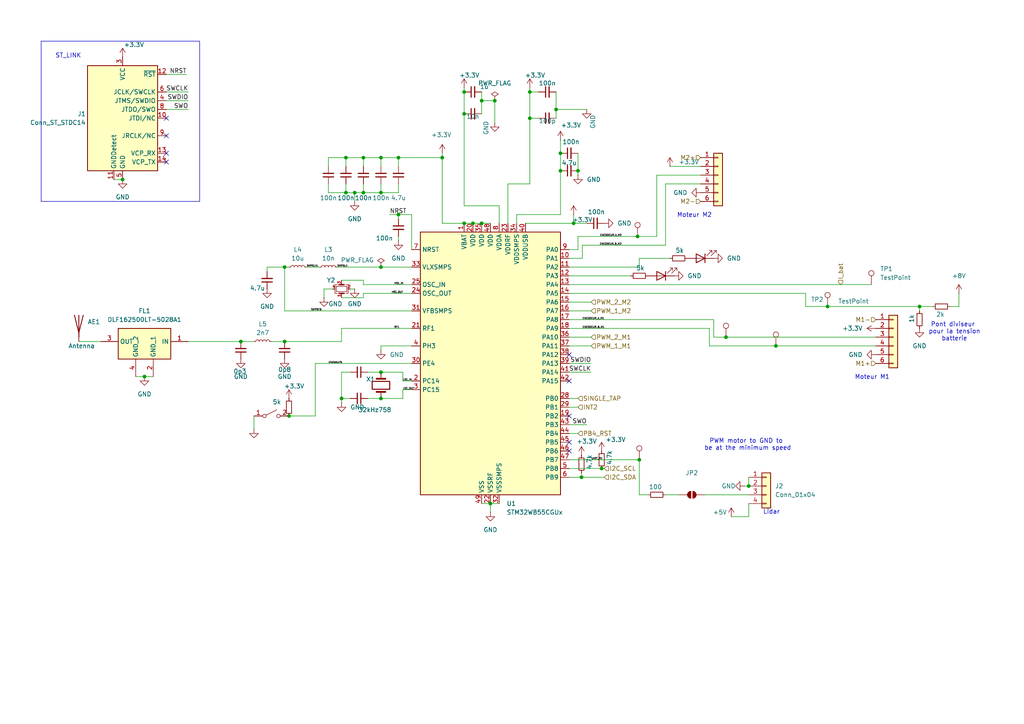
<source format=kicad_sch>
(kicad_sch (version 20250114) (generator "eeschema") (generator_version "9.0")
  (paper "A4")
  (lib_symbols
    (symbol "Connector:Conn_ST_STDC14"
      (property "Reference" "J" (at -8.89 16.51 0))
      (property "Value" "Conn_ST_STDC14" (at 17.78 16.51 0))
      (symbol "Conn_ST_STDC14_1_1"
        (pin no_connect line (at -10.16 5.08 0) (length 2.54) (hide yes) (name "NC") (number "1"))
        (pin no_connect line (at -10.16 2.54 0) (length 2.54) (hide yes) (name "NC") (number "2"))
        (pin passive line (at -2.54 -17.78 90) (length 2.54) (name "GNDDetect") (number "11"))
        (pin power_in line (at 0 17.78 270) (length 2.54) (name "VCC") (number "3"))
        (pin power_in line (at 0 -17.78 90) (length 2.54) (name "GND") (number "5"))
        (pin passive line (at 0 -17.78 90) (length 2.54) (hide yes) (name "GND") (number "7"))
        (pin open_collector line (at 12.7 12.7 180) (length 2.54) (name "~{RST}") (number "12"))
        (pin output line (at 12.7 7.62 180) (length 2.54) (name "JCLK/SWCLK") (number "6"))
        (pin bidirectional line (at 12.7 5.08 180) (length 2.54) (name "JTMS/SWDIO") (number "4"))
        (pin input line (at 12.7 2.54 180) (length 2.54) (name "JTDO/SWO") (number "8"))
        (pin output line (at 12.7 0 180) (length 2.54) (name "JTDI/NC") (number "10"))
        (pin input line (at 12.7 -5.08 180) (length 2.54) (name "JRCLK/NC") (number "9"))
        (pin output line (at 12.7 -10.16 180) (length 2.54) (name "VCP_RX") (number "13"))
        (pin input line (at 12.7 -12.7 180) (length 2.54) (name "VCP_TX") (number "14"))
      )
    )
    (symbol "Connector:TestPoint" (pin_numbers (hide yes)) (pin_names (offset 0.762) (hide yes))
      (property "Reference" "TP" (at 0 6.858 0))
      (property "Value" "TestPoint" (at 0 5.08 0))
      (symbol "TestPoint_1_1"
        (pin passive line (at 0 0 90) (length 2.54) (name "1") (number "1"))
      )
    )
    (symbol "Connector_Generic:Conn_01x04" (pin_names (offset 1.016) (hide yes))
      (property "Reference" "J" (at 0 5.08 0))
      (property "Value" "Conn_01x04" (at 0 -7.62 0))
      (symbol "Conn_01x04_1_1"
        (pin passive line (at -5.08 2.54 0) (length 3.81) (name "Pin_1") (number "1"))
        (pin passive line (at -5.08 0 0) (length 3.81) (name "Pin_2") (number "2"))
        (pin passive line (at -5.08 -2.54 0) (length 3.81) (name "Pin_3") (number "3"))
        (pin passive line (at -5.08 -5.08 0) (length 3.81) (name "Pin_4") (number "4"))
      )
    )
    (symbol "Connector_Generic:Conn_01x06" (pin_names (offset 1.016) (hide yes))
      (property "Reference" "J" (at 0 7.62 0))
      (property "Value" "Conn_01x06" (at 0 -10.16 0))
      (symbol "Conn_01x06_1_1"
        (pin passive line (at -5.08 5.08 0) (length 3.81) (name "Pin_1") (number "1"))
        (pin passive line (at -5.08 2.54 0) (length 3.81) (name "Pin_2") (number "2"))
        (pin passive line (at -5.08 0 0) (length 3.81) (name "Pin_3") (number "3"))
        (pin passive line (at -5.08 -2.54 0) (length 3.81) (name "Pin_4") (number "4"))
        (pin passive line (at -5.08 -5.08 0) (length 3.81) (name "Pin_5") (number "5"))
        (pin passive line (at -5.08 -7.62 0) (length 3.81) (name "Pin_6") (number "6"))
      )
    )
    (symbol "Device:Antenna" (pin_numbers (hide yes)) (pin_names (offset 1.016) (hide yes))
      (property "Reference" "AE" (at -1.905 1.905 0))
      (property "Value" "Antenna" (at -1.905 0 0))
      (symbol "Antenna_1_1"
        (pin input line (at 0 -5.08 90) (length 2.54) (name "A") (number "1"))
      )
    )
    (symbol "Device:C_Small" (pin_numbers (hide yes)) (pin_names (offset 0.254) (hide yes))
      (property "Reference" "C" (at 0.254 1.778 0))
      (property "Value" "C_Small" (at 0.254 -2.032 0))
      (symbol "C_Small_1_1"
        (pin passive line (at 0 2.54 270) (length 2.032) (name "~") (number "1"))
        (pin passive line (at 0 -2.54 90) (length 2.032) (name "~") (number "2"))
      )
    )
    (symbol "Device:Crystal" (pin_numbers (hide yes)) (pin_names (offset 1.016) (hide yes))
      (property "Reference" "Y" (at 0 3.81 0))
      (property "Value" "Crystal" (at 0 -3.81 0))
      (symbol "Crystal_1_1"
        (pin passive line (at -3.81 0 0) (length 1.27) (name "1") (number "1"))
        (pin passive line (at 3.81 0 180) (length 1.27) (name "2") (number "2"))
      )
    )
    (symbol "Device:Crystal_GND24_Small" (pin_names (offset 1.016) (hide yes))
      (property "Reference" "Y" (at 1.27 4.445 0))
      (property "Value" "Crystal_GND24_Small" (at 1.27 2.54 0))
      (symbol "Crystal_GND24_Small_1_1"
        (pin passive line (at -2.54 0 0) (length 1.27) (name "1") (number "1"))
        (pin passive line (at 0 2.54 270) (length 0.635) (name "4") (number "4"))
        (pin passive line (at 0 -2.54 90) (length 0.635) (name "2") (number "2"))
        (pin passive line (at 2.54 0 180) (length 1.27) (name "3") (number "3"))
      )
    )
    (symbol "Device:LED" (pin_numbers (hide yes)) (pin_names (offset 1.016) (hide yes))
      (property "Reference" "D" (at 0 2.54 0))
      (property "Value" "LED" (at 0 -2.54 0))
      (symbol "LED_1_1"
        (pin passive line (at -3.81 0 0) (length 2.54) (name "K") (number "1"))
        (pin passive line (at 3.81 0 180) (length 2.54) (name "A") (number "2"))
      )
    )
    (symbol "Device:L_Small" (pin_numbers (hide yes)) (pin_names (offset 0.254) (hide yes))
      (property "Reference" "L" (at 0.762 1.016 0))
      (property "Value" "L_Small" (at 0.762 -1.016 0))
      (symbol "L_Small_1_1"
        (pin passive line (at 0 2.54 270) (length 0.508) (name "~") (number "1"))
        (pin passive line (at 0 -2.54 90) (length 0.508) (name "~") (number "2"))
      )
    )
    (symbol "Device:R_Small" (pin_numbers (hide yes)) (pin_names (offset 0.254) (hide yes))
      (property "Reference" "R" (at 0 0 90))
      (property "Value" "R_Small" (at 1.778 0 90))
      (symbol "R_Small_1_1"
        (pin passive line (at 0 2.54 270) (length 0.762) (name "~") (number "1"))
        (pin passive line (at 0 -2.54 90) (length 0.762) (name "~") (number "2"))
      )
    )
    (symbol "Filter:DLF162500LT-5028A1"
      (property "Reference" "FL" (at 21.59 17.78 0))
      (property "Value" "DLF162500LT-5028A1" (at 21.59 15.24 0))
      (symbol "DLF162500LT-5028A1_1_1"
        (pin passive line (at 0 0 0) (length 5.08) (name "IN") (number "1"))
        (pin passive line (at 10.16 10.16 270) (length 5.08) (name "GND_1") (number "2"))
        (pin passive line (at 15.24 10.16 270) (length 5.08) (name "GND_2") (number "4"))
        (pin passive line (at 25.4 0 180) (length 5.08) (name "OUT") (number "3"))
      )
    )
    (symbol "Jumper:SolderJumper_2_Open" (pin_numbers (hide yes)) (pin_names (offset 0) (hide yes)) (in_bom no)
      (property "Reference" "JP" (at 0 2.032 0))
      (property "Value" "SolderJumper_2_Open" (at 0 -2.54 0))
      (symbol "SolderJumper_2_Open_1_1"
        (pin passive line (at -3.81 0 0) (length 2.54) (name "A") (number "1"))
        (pin passive line (at 3.81 0 180) (length 2.54) (name "B") (number "2"))
      )
    )
    (symbol "MCU_ST_STM32WB:STM32WB55CGUx"
      (property "Reference" "U" (at -20.32 39.37 0))
      (property "Value" "STM32WB55CGUx" (at 12.7 39.37 0))
      (symbol "STM32WB55CGUx_1_1"
        (pin input line (at -22.86 33.02 0) (length 2.54) (name "NRST") (number "7"))
        (pin power_in line (at -22.86 27.94 0) (length 2.54) (name "VLXSMPS") (number "33"))
        (pin input line (at -22.86 22.86 0) (length 2.54) (name "OSC_IN") (number "25"))
        (pin input line (at -22.86 20.32 0) (length 2.54) (name "OSC_OUT") (number "24"))
        (pin input line (at -22.86 15.24 0) (length 2.54) (name "VFBSMPS") (number "31"))
        (pin bidirectional line (at -22.86 10.16 0) (length 2.54) (name "RF1") (number "21"))
        (pin bidirectional line (at -22.86 5.08 0) (length 2.54) (name "PH3") (number "4"))
        (pin bidirectional line (at -22.86 0 0) (length 2.54) (name "PE4") (number "30"))
        (pin bidirectional line (at -22.86 -5.08 0) (length 2.54) (name "PC14") (number "2"))
        (pin bidirectional line (at -22.86 -7.62 0) (length 2.54) (name "PC15") (number "3"))
        (pin no_connect line (at -20.32 -35.56 0) (length 2.54) (hide yes) (name "AT1") (number "27"))
        (pin no_connect line (at -20.32 -38.1 0) (length 2.54) (hide yes) (name "AT0") (number "26"))
        (pin power_in line (at -7.62 40.64 270) (length 2.54) (name "VBAT") (number "1"))
        (pin power_in line (at -5.08 40.64 270) (length 2.54) (name "VDD") (number "20"))
        (pin power_in line (at -2.54 40.64 270) (length 2.54) (name "VDD") (number "35"))
        (pin power_in line (at -2.54 -40.64 90) (length 2.54) (name "VSS") (number "49"))
        (pin power_in line (at 0 40.64 270) (length 2.54) (name "VDD") (number "48"))
        (pin power_in line (at 0 -40.64 90) (length 2.54) (name "VSSRF") (number "22"))
        (pin power_in line (at 2.54 40.64 270) (length 2.54) (name "VDDA") (number "8"))
        (pin power_in line (at 2.54 -40.64 90) (length 2.54) (name "VSSSMPS") (number "32"))
        (pin power_in line (at 5.08 40.64 270) (length 2.54) (name "VDDRF") (number "23"))
        (pin power_in line (at 7.62 40.64 270) (length 2.54) (name "VDDSMPS") (number "34"))
        (pin power_in line (at 10.16 40.64 270) (length 2.54) (name "VDDUSB") (number "40"))
        (pin bidirectional line (at 22.86 33.02 180) (length 2.54) (name "PA0") (number "9"))
        (pin bidirectional line (at 22.86 30.48 180) (length 2.54) (name "PA1") (number "10"))
        (pin bidirectional line (at 22.86 27.94 180) (length 2.54) (name "PA2") (number "11"))
        (pin bidirectional line (at 22.86 25.4 180) (length 2.54) (name "PA3") (number "12"))
        (pin bidirectional line (at 22.86 22.86 180) (length 2.54) (name "PA4") (number "13"))
        (pin bidirectional line (at 22.86 20.32 180) (length 2.54) (name "PA5") (number "14"))
        (pin bidirectional line (at 22.86 17.78 180) (length 2.54) (name "PA6") (number "15"))
        (pin bidirectional line (at 22.86 15.24 180) (length 2.54) (name "PA7") (number "16"))
        (pin bidirectional line (at 22.86 12.7 180) (length 2.54) (name "PA8") (number "17"))
        (pin bidirectional line (at 22.86 10.16 180) (length 2.54) (name "PA9") (number "18"))
        (pin bidirectional line (at 22.86 7.62 180) (length 2.54) (name "PA10") (number "36"))
        (pin bidirectional line (at 22.86 5.08 180) (length 2.54) (name "PA11") (number "37"))
        (pin bidirectional line (at 22.86 2.54 180) (length 2.54) (name "PA12") (number "38"))
        (pin bidirectional line (at 22.86 0 180) (length 2.54) (name "PA13") (number "39"))
        (pin bidirectional line (at 22.86 -2.54 180) (length 2.54) (name "PA14") (number "41"))
        (pin bidirectional line (at 22.86 -5.08 180) (length 2.54) (name "PA15") (number "42"))
        (pin bidirectional line (at 22.86 -10.16 180) (length 2.54) (name "PB0") (number "28"))
        (pin bidirectional line (at 22.86 -12.7 180) (length 2.54) (name "PB1") (number "29"))
        (pin bidirectional line (at 22.86 -15.24 180) (length 2.54) (name "PB2") (number "19"))
        (pin bidirectional line (at 22.86 -17.78 180) (length 2.54) (name "PB3") (number "43"))
        (pin bidirectional line (at 22.86 -20.32 180) (length 2.54) (name "PB4") (number "44"))
        (pin bidirectional line (at 22.86 -22.86 180) (length 2.54) (name "PB5") (number "45"))
        (pin bidirectional line (at 22.86 -25.4 180) (length 2.54) (name "PB6") (number "46"))
        (pin bidirectional line (at 22.86 -27.94 180) (length 2.54) (name "PB7") (number "47"))
        (pin bidirectional line (at 22.86 -30.48 180) (length 2.54) (name "PB8") (number "5"))
        (pin bidirectional line (at 22.86 -33.02 180) (length 2.54) (name "PB9") (number "6"))
      )
    )
    (symbol "Switch:SW_SPST" (pin_names (offset 0) (hide yes))
      (property "Reference" "SW" (at 0 3.175 0))
      (property "Value" "SW_SPST" (at 0 -2.54 0))
      (symbol "SW_SPST_1_1"
        (pin passive line (at -5.08 0 0) (length 2.54) (name "A") (number "1"))
        (pin passive line (at 5.08 0 180) (length 2.54) (name "B") (number "2"))
      )
    )
    (symbol "power:+3.3V" (power) (pin_numbers (hide yes)) (pin_names (offset 0) (hide yes))
      (property "Value" "+3.3V" (at 0 3.556 0))
      (symbol "+3.3V_1_1"
        (pin power_in line (at 0 0 90) (length 0) (name "~") (number "1"))
      )
    )
    (symbol "power:+5V" (power) (pin_numbers (hide yes)) (pin_names (offset 0) (hide yes))
      (property "Value" "+5V" (at 0 3.556 0))
      (symbol "+5V_1_1"
        (pin power_in line (at 0 0 90) (length 0) (name "~") (number "1"))
      )
    )
    (symbol "power:+8V" (power) (pin_numbers (hide yes)) (pin_names (offset 0) (hide yes))
      (property "Value" "+8V" (at 0 3.556 0))
      (symbol "+8V_1_1"
        (pin power_in line (at 0 0 90) (length 0) (name "~") (number "1"))
      )
    )
    (symbol "power:GND" (power) (pin_numbers (hide yes)) (pin_names (offset 0) (hide yes))
      (property "Value" "GND" (at 0 -3.81 0))
      (symbol "GND_1_1"
        (pin power_in line (at 0 0 270) (length 0) (name "~") (number "1"))
      )
    )
    (symbol "power:PWR_FLAG" (power) (pin_numbers (hide yes)) (pin_names (offset 0) (hide yes))
      (property "Value" "PWR_FLAG" (at 0 3.81 0))
      (symbol "PWR_FLAG_0_0"
        (pin power_out line (at 0 0 90) (length 0) (name "~") (number "1"))
      )
    )
  )
  (rectangle (start 11.938 11.938) (end 57.912 58.42))
  (text "Pont diviseur\n pour la tension\n batterie" (at 276.352 96.266 0) (effects (font (size 1.27 1.27))))
  (text "Moteur M2" (at 201.422 62.484 0) (effects (font (size 1.27 1.27))))
  (text "Moteur M1" (at 252.984 109.474 0) (effects (font (size 1.27 1.27))))
  (text "ST_LINK\n" (at 19.812 16.256 0) (effects (font (size 1.27 1.27))))
  (text "Lidar" (at 223.774 148.59 0) (effects (font (size 1.27 1.27))))
  (text "PWM motor to GND to\n be at the minimum speed" (at 216.408 129.032 0) (effects (font (size 1.27 1.27))))
  (junction (at 142.24 146.05))
  (junction (at 105.41 45.72))
  (junction (at 35.56 52.07))
  (junction (at 153.67 34.29))
  (junction (at 167.64 49.53))
  (junction (at 162.56 44.45))
  (junction (at 110.49 107.95))
  (junction (at 105.41 55.88))
  (junction (at 115.57 62.23))
  (junction (at 134.62 26.67))
  (junction (at 139.7 64.77))
  (junction (at 100.33 45.72))
  (junction (at 184.912 68.58))
  (junction (at 110.49 55.88))
  (junction (at 102.87 55.88))
  (junction (at 217.17 140.97))
  (junction (at 110.49 115.57))
  (junction (at 134.62 33.02))
  (junction (at 168.656 138.43))
  (junction (at 69.85 99.06))
  (junction (at 110.49 77.47))
  (junction (at 115.57 45.72))
  (junction (at 162.56 49.53))
  (junction (at 240.03 88.9))
  (junction (at 225.044 100.33))
  (junction (at 41.91 109.22))
  (junction (at 83.82 120.65))
  (junction (at 174.498 135.89))
  (junction (at 99.06 115.57))
  (junction (at 82.55 77.47))
  (junction (at 185.42 133.35))
  (junction (at 110.49 45.72))
  (junction (at 139.7 29.21))
  (junction (at 137.16 64.77))
  (junction (at 166.37 64.77))
  (junction (at 134.62 64.77))
  (junction (at 143.51 29.21))
  (junction (at 266.7 88.9))
  (junction (at 100.33 55.88))
  (junction (at 210.566 97.79))
  (junction (at 128.27 45.72))
  (junction (at 153.67 26.67))
  (junction (at 82.55 99.06))
  (junction (at 161.29 31.75))
  (no_connect (at 165.1 120.65))
  (no_connect (at 165.1 130.81))
  (no_connect (at 48.26 34.29))
  (no_connect (at 48.26 46.99))
  (no_connect (at 48.26 39.37))
  (no_connect (at 165.1 102.87))
  (no_connect (at 165.1 110.49))
  (no_connect (at 165.1 128.27))
  (no_connect (at 48.26 44.45))
  (wire (pts (xy 153.67 34.29) (xy 153.67 53.34)))
  (wire (pts (xy 170.18 123.19) (xy 165.1 123.19)))
  (wire (pts (xy 116.84 110.49) (xy 119.38 110.49)))
  (wire (pts (xy 116.84 113.03) (xy 116.84 115.57)))
  (wire (pts (xy 97.79 77.47) (xy 110.49 77.47)))
  (wire (pts (xy 110.49 77.47) (xy 119.38 77.47)))
  (wire (pts (xy 153.67 53.34) (xy 147.32 53.34)))
  (wire (pts (xy 204.47 143.51) (xy 217.17 143.51)))
  (wire (pts (xy 99.06 116.84) (xy 99.06 115.57)))
  (wire (pts (xy 171.45 87.63) (xy 165.1 87.63)))
  (wire (pts (xy 105.41 86.36) (xy 99.06 86.36)))
  (wire (pts (xy 266.7 88.9) (xy 270.51 88.9)))
  (wire (pts (xy 119.38 62.23) (xy 119.38 72.39)))
  (wire (pts (xy 100.33 45.72) (xy 105.41 45.72)))
  (wire (pts (xy 102.87 58.42) (xy 102.87 55.88)))
  (wire (pts (xy 54.61 26.67) (xy 48.26 26.67)))
  (wire (pts (xy 115.57 53.34) (xy 115.57 55.88)))
  (wire (pts (xy 266.7 90.17) (xy 266.7 88.9)))
  (wire (pts (xy 233.68 88.9) (xy 240.03 88.9)))
  (wire (pts (xy 165.1 77.47) (xy 185.42 77.47)))
  (wire (pts (xy 134.62 59.69) (xy 144.78 59.69)))
  (wire (pts (xy 110.49 55.88) (xy 110.49 53.34)))
  (wire (pts (xy 91.44 105.41) (xy 91.44 120.65)))
  (wire (pts (xy 128.27 44.45) (xy 128.27 45.72)))
  (wire (pts (xy 167.64 44.45) (xy 167.64 49.53)))
  (wire (pts (xy 139.7 29.21) (xy 139.7 33.02)))
  (wire (pts (xy 153.67 26.67) (xy 153.67 34.29)))
  (wire (pts (xy 167.64 68.58) (xy 167.64 72.39)))
  (wire (pts (xy 168.91 74.93) (xy 165.1 74.93)))
  (wire (pts (xy 95.25 55.88) (xy 100.33 55.88)))
  (wire (pts (xy 275.59 88.9) (xy 278.13 88.9)))
  (wire (pts (xy 217.17 138.43) (xy 217.17 140.97)))
  (wire (pts (xy 185.42 77.47) (xy 185.42 74.93)))
  (wire (pts (xy 83.82 120.65) (xy 91.44 120.65)))
  (wire (pts (xy 99.06 99.06) (xy 99.06 95.25)))
  (wire (pts (xy 171.45 105.41) (xy 165.1 105.41)))
  (wire (pts (xy 48.26 21.59) (xy 54.102 21.59)))
  (wire (pts (xy 105.41 45.72) (xy 110.49 45.72)))
  (wire (pts (xy 134.62 25.4) (xy 134.62 26.67)))
  (wire (pts (xy 82.55 90.17) (xy 119.38 90.17)))
  (wire (pts (xy 100.33 45.72) (xy 100.33 48.26)))
  (wire (pts (xy 128.27 64.77) (xy 134.62 64.77)))
  (wire (pts (xy 110.49 45.72) (xy 110.49 48.26)))
  (wire (pts (xy 205.74 95.25) (xy 165.1 95.25)))
  (wire (pts (xy 69.85 99.06) (xy 73.66 99.06)))
  (wire (pts (xy 99.06 107.95) (xy 101.6 107.95)))
  (wire (pts (xy 22.86 99.06) (xy 29.21 99.06)))
  (wire (pts (xy 134.62 64.77) (xy 137.16 64.77)))
  (wire (pts (xy 167.64 72.39) (xy 165.1 72.39)))
  (wire (pts (xy 190.5 68.58) (xy 184.912 68.58)))
  (wire (pts (xy 77.47 78.74) (xy 77.47 77.47)))
  (wire (pts (xy 254 97.79) (xy 210.566 97.79)))
  (wire (pts (xy 115.57 45.72) (xy 115.57 48.26)))
  (wire (pts (xy 217.17 149.86) (xy 217.17 146.05)))
  (wire (pts (xy 167.64 118.11) (xy 165.1 118.11)))
  (wire (pts (xy 134.62 26.67) (xy 134.62 33.02)))
  (wire (pts (xy 142.24 146.05) (xy 142.24 148.59)))
  (wire (pts (xy 162.56 44.45) (xy 162.56 49.53)))
  (wire (pts (xy 194.31 48.26) (xy 203.2 48.26)))
  (wire (pts (xy 115.57 68.58) (xy 115.57 69.85)))
  (wire (pts (xy 165.1 82.55) (xy 252.73 82.55)))
  (wire (pts (xy 168.656 137.16) (xy 168.656 138.43)))
  (wire (pts (xy 115.57 63.5) (xy 115.57 62.23)))
  (wire (pts (xy 190.5 50.8) (xy 203.2 50.8)))
  (wire (pts (xy 165.1 85.09) (xy 233.68 85.09)))
  (wire (pts (xy 110.49 100.33) (xy 119.38 100.33)))
  (wire (pts (xy 215.9 140.97) (xy 217.17 140.97)))
  (wire (pts (xy 171.45 97.79) (xy 165.1 97.79)))
  (wire (pts (xy 106.68 115.57) (xy 110.49 115.57)))
  (wire (pts (xy 167.64 115.57) (xy 165.1 115.57)))
  (wire (pts (xy 105.41 85.09) (xy 105.41 86.36)))
  (wire (pts (xy 115.57 45.72) (xy 128.27 45.72)))
  (wire (pts (xy 100.33 55.88) (xy 100.33 53.34)))
  (wire (pts (xy 93.98 83.82) (xy 96.52 83.82)))
  (wire (pts (xy 168.91 71.12) (xy 168.91 74.93)))
  (wire (pts (xy 167.64 125.73) (xy 165.1 125.73)))
  (wire (pts (xy 166.37 62.23) (xy 166.37 64.77)))
  (wire (pts (xy 95.25 55.88) (xy 95.25 53.34)))
  (wire (pts (xy 185.42 74.93) (xy 194.31 74.93)))
  (wire (pts (xy 139.7 146.05) (xy 142.24 146.05)))
  (wire (pts (xy 193.04 53.34) (xy 193.04 71.12)))
  (wire (pts (xy 143.51 29.21) (xy 139.7 29.21)))
  (wire (pts (xy 165.1 80.01) (xy 182.88 80.01)))
  (wire (pts (xy 119.38 113.03) (xy 116.84 113.03)))
  (wire (pts (xy 134.62 33.02) (xy 134.62 59.69)))
  (wire (pts (xy 105.41 55.88) (xy 110.49 55.88)))
  (wire (pts (xy 171.45 90.17) (xy 165.1 90.17)))
  (wire (pts (xy 88.9 77.47) (xy 92.71 77.47)))
  (wire (pts (xy 171.45 107.95) (xy 165.1 107.95)))
  (wire (pts (xy 41.91 109.22) (xy 44.45 109.22)))
  (wire (pts (xy 105.41 45.72) (xy 105.41 48.26)))
  (wire (pts (xy 116.84 107.95) (xy 116.84 110.49)))
  (wire (pts (xy 190.5 68.58) (xy 190.5 50.8)))
  (wire (pts (xy 100.33 55.88) (xy 102.87 55.88)))
  (wire (pts (xy 165.1 135.89) (xy 174.498 135.89)))
  (wire (pts (xy 54.61 31.75) (xy 48.26 31.75)))
  (wire (pts (xy 170.18 31.75) (xy 161.29 31.75)))
  (wire (pts (xy 193.04 53.34) (xy 203.2 53.34)))
  (wire (pts (xy 105.41 55.88) (xy 105.41 53.34)))
  (wire (pts (xy 166.37 64.77) (xy 170.18 64.77)))
  (wire (pts (xy 110.49 115.57) (xy 116.84 115.57)))
  (wire (pts (xy 185.42 143.51) (xy 185.42 133.35)))
  (wire (pts (xy 110.49 101.6) (xy 110.49 100.33)))
  (wire (pts (xy 93.98 86.36) (xy 93.98 83.82)))
  (wire (pts (xy 161.29 31.75) (xy 161.29 34.29)))
  (wire (pts (xy 139.7 64.77) (xy 142.24 64.77)))
  (wire (pts (xy 82.55 77.47) (xy 82.55 90.17)))
  (wire (pts (xy 193.04 143.51) (xy 196.85 143.51)))
  (wire (pts (xy 105.41 81.28) (xy 99.06 81.28)))
  (wire (pts (xy 54.61 99.06) (xy 69.85 99.06)))
  (wire (pts (xy 144.78 59.69) (xy 144.78 64.77)))
  (wire (pts (xy 167.64 50.8) (xy 167.64 49.53)))
  (wire (pts (xy 119.38 105.41) (xy 91.44 105.41)))
  (wire (pts (xy 128.27 45.72) (xy 128.27 64.77)))
  (wire (pts (xy 77.47 77.47) (xy 82.55 77.47)))
  (wire (pts (xy 207.01 92.71) (xy 165.1 92.71)))
  (wire (pts (xy 115.57 62.23) (xy 119.38 62.23)))
  (wire (pts (xy 212.09 149.86) (xy 217.17 149.86)))
  (wire (pts (xy 99.06 95.25) (xy 119.38 95.25)))
  (wire (pts (xy 95.25 45.72) (xy 100.33 45.72)))
  (wire (pts (xy 106.68 107.95) (xy 110.49 107.95)))
  (wire (pts (xy 207.01 97.79) (xy 207.01 92.71)))
  (wire (pts (xy 139.7 26.67) (xy 139.7 29.21)))
  (wire (pts (xy 99.06 107.95) (xy 99.06 115.57)))
  (wire (pts (xy 240.03 88.9) (xy 266.7 88.9)))
  (wire (pts (xy 153.67 25.4) (xy 153.67 26.67)))
  (wire (pts (xy 162.56 40.64) (xy 162.56 44.45)))
  (wire (pts (xy 115.57 55.88) (xy 110.49 55.88)))
  (wire (pts (xy 168.656 138.43) (xy 175.26 138.43)))
  (wire (pts (xy 225.044 100.33) (xy 205.74 100.33)))
  (wire (pts (xy 73.66 120.65) (xy 73.66 124.46)))
  (wire (pts (xy 278.13 85.09) (xy 278.13 88.9)))
  (wire (pts (xy 149.86 62.23) (xy 162.56 62.23)))
  (wire (pts (xy 82.55 99.06) (xy 99.06 99.06)))
  (wire (pts (xy 105.41 82.55) (xy 105.41 81.28)))
  (wire (pts (xy 205.74 100.33) (xy 205.74 95.25)))
  (wire (pts (xy 174.498 135.89) (xy 175.26 135.89)))
  (wire (pts (xy 147.32 53.34) (xy 147.32 64.77)))
  (wire (pts (xy 210.566 97.79) (xy 207.01 97.79)))
  (wire (pts (xy 187.96 143.51) (xy 185.42 143.51)))
  (wire (pts (xy 142.24 146.05) (xy 144.78 146.05)))
  (wire (pts (xy 156.21 26.67) (xy 153.67 26.67)))
  (wire (pts (xy 162.56 62.23) (xy 162.56 49.53)))
  (wire (pts (xy 95.25 45.72) (xy 95.25 48.26)))
  (wire (pts (xy 102.87 83.82) (xy 101.6 83.82)))
  (wire (pts (xy 33.02 52.07) (xy 35.56 52.07)))
  (wire (pts (xy 184.912 68.58) (xy 167.64 68.58)))
  (wire (pts (xy 110.49 45.72) (xy 115.57 45.72)))
  (wire (pts (xy 54.61 29.21) (xy 48.26 29.21)))
  (wire (pts (xy 165.1 133.35) (xy 185.42 133.35)))
  (wire (pts (xy 39.37 109.22) (xy 41.91 109.22)))
  (wire (pts (xy 161.29 26.67) (xy 161.29 31.75)))
  (wire (pts (xy 233.68 85.09) (xy 233.68 88.9)))
  (wire (pts (xy 156.21 34.29) (xy 153.67 34.29)))
  (wire (pts (xy 102.87 55.88) (xy 105.41 55.88)))
  (wire (pts (xy 152.4 64.77) (xy 166.37 64.77)))
  (wire (pts (xy 137.16 64.77) (xy 139.7 64.77)))
  (wire (pts (xy 110.49 107.95) (xy 116.84 107.95)))
  (wire (pts (xy 171.45 100.33) (xy 165.1 100.33)))
  (wire (pts (xy 149.86 64.77) (xy 149.86 62.23)))
  (wire (pts (xy 168.91 71.12) (xy 193.04 71.12)))
  (wire (pts (xy 165.1 138.43) (xy 168.656 138.43)))
  (wire (pts (xy 105.41 82.55) (xy 119.38 82.55)))
  (wire (pts (xy 99.06 115.57) (xy 101.6 115.57)))
  (wire (pts (xy 143.51 35.56) (xy 143.51 29.21)))
  (wire (pts (xy 254 100.33) (xy 225.044 100.33)))
  (wire (pts (xy 83.82 77.47) (xy 82.55 77.47)))
  (wire (pts (xy 119.38 85.09) (xy 105.41 85.09)))
  (wire (pts (xy 113.03 62.23) (xy 115.57 62.23)))
  (wire (pts (xy 78.74 99.06) (xy 82.55 99.06)))
  (label "ENCODEUR_A_M1" (at 168.91 92.71 0) (effects (font (size 0.5 0.5))))
  (label "RF1" (at 114.3 95.25 0) (effects (font (size 0.5 0.5))))
  (label "SWO" (at 54.61 31.75 180))
  (label "ENCODEUR_B_M1" (at 168.91 95.25 0) (effects (font (size 0.5 0.5))))
  (label "SWCLK" (at 54.61 26.67 180))
  (label "ENCODEUR_B_M2" (at 180.34 71.12 180) (effects (font (size 0.5 0.5))))
  (label "SWCLK" (at 171.45 107.95 180))
  (label "SMPSLX" (at 97.79 77.47 0) (effects (font (size 0.5 0.5))))
  (label "SMPSLXL" (at 88.9 77.47 0) (effects (font (size 0.5 0.5))))
  (label "LSE_IN" (at 116.84 110.49 0) (effects (font (size 0.5 0.5))))
  (label "HSE_IN" (at 114.3 82.55 0) (effects (font (size 0.5 0.5))))
  (label "HSE_OUT" (at 113.538 85.09 0) (effects (font (size 0.5 0.5))))
  (label "ENCODEUR_A_M2" (at 173.99 68.58 0) (effects (font (size 0.5 0.5))))
  (label "LSE_OUT" (at 116.84 113.03 0) (effects (font (size 0.5 0.5))))
  (label "SMPSFB" (at 90.17 90.17 0) (effects (font (size 0.5 0.5))))
  (label "SWDIO" (at 171.45 105.41 180))
  (label "chatsouris" (at 95.25 105.41 0) (effects (font (size 0.5 0.5))))
  (label "SWO" (at 170.18 123.19 180))
  (label "NRST" (at 54.102 21.59 180) (effects (font (size 1.25 1.25))))
  (label "SWDIO" (at 54.61 29.21 180))
  (label "UART_RX" (at 171.45 133.35 0) (effects (font (size 0.5 0.5))))
  (label "NRST" (at 113.03 62.23 0) (effects (font (size 1.25 1.25))))
  (hierarchical_label "M1-" (shape input) (at 254 92.71 180))
  (hierarchical_label "I2C_SCL" (shape input) (at 175.26 135.89 0))
  (hierarchical_label "M2+" (shape input) (at 203.2 45.72 180))
  (hierarchical_label "PWM_1_M2" (shape input) (at 171.45 90.17 0))
  (hierarchical_label "M1+" (shape input) (at 254 105.41 180))
  (hierarchical_label "SINGLE_TAP" (shape input) (at 167.64 115.57 0))
  (hierarchical_label "PWM_2_M1" (shape input) (at 171.45 97.79 0))
  (hierarchical_label "PB4_RST" (shape input) (at 167.64 125.73 0))
  (hierarchical_label "PWM_1_M1" (shape input) (at 171.45 100.33 0))
  (hierarchical_label "PWM_2_M2" (shape input) (at 171.45 87.63 0))
  (hierarchical_label "M2-" (shape input) (at 203.2 58.42 180))
  (hierarchical_label "I_bat" (shape input) (at 243.84 82.55 90))
  (hierarchical_label "INT2" (shape input) (at 167.64 118.11 0))
  (hierarchical_label "I2C_SDA" (shape input) (at 175.26 138.43 0))
  (symbol (lib_id "power:GND") (at 73.66 124.46 0) (unit 1)
    (property "Reference" "#PWR086" (effects (hide yes)))
    (property "Value" "GND" (effects (hide yes)))
    (property "Description" "Power symbol creates a global label with name \"GND\" , ground" (effects (hide yes)))
  )
  (symbol (lib_id "power:GND") (at 142.24 148.59 0) (unit 1)
    (property "Reference" "#PWR05" (effects (hide yes)))
    (property "Value" "GND" (at 142.24 153.67 0))
    (property "Description" "Power symbol creates a global label with name \"GND\" , ground" (effects (hide yes)))
  )
  (symbol (lib_id "Device:LED") (at 203.2 74.93 180) (unit 1)
    (property "Reference" "D1" (effects (hide yes)))
    (property "Value" "LED" (effects (hide yes)))
    (property "Footprint" "LED_SMD:LED_0603_1608Metric" (effects (hide yes)))
    (property "Description" "Light emitting diode" (effects (hide yes)))
    (property "Sim.Pins" "1=K 2=A" (effects (hide yes)))
  )
  (symbol (lib_id "Jumper:SolderJumper_2_Open") (at 200.66 143.51 0) (unit 1) (in_bom no)
    (property "Reference" "JP2" (at 200.66 137.16 0))
    (property "Value" "SolderJumper_2_Open" (effects (hide yes)))
    (property "Footprint" "Jumper:SolderJumper-2_P1.3mm_Bridged_RoundedPad1.0x1.5mm" (effects (hide yes)))
    (property "Description" "Solder Jumper, 2-pole, open" (effects (hide yes)))
  )
  (symbol (lib_id "power:GND") (at 143.51 35.56 0) (unit 1)
    (property "Reference" "#PWR01" (effects (hide yes)))
    (property "Value" "GND" (at 140.97 35.052 90) (effects (justify right)))
    (property "Description" "Power symbol creates a global label with name \"GND\" , ground" (effects (hide yes)))
  )
  (symbol (lib_id "Connector:TestPoint") (at 185.42 133.35 0) (unit 1)
    (property "Reference" "TP7" (effects (hide yes)))
    (property "Value" "TestPoint" (effects (hide yes)))
    (property "Footprint" "TestPoint:TestPoint_Pad_D1.5mm" (effects (hide yes)))
    (property "Description" "test point" (effects (hide yes)))
  )
  (symbol (lib_id "Device:L_Small") (at 86.36 77.47 90) (unit 1)
    (property "Reference" "L4" (at 86.36 72.39 90))
    (property "Value" "10u" (at 86.36 74.93 90))
    (property "Footprint" "Inductor_SMD:L_0805_2012Metric" (effects (hide yes)))
    (property "Description" "Inductor, small symbol" (effects (hide yes)))
  )
  (symbol (lib_id "power:+3.3V") (at 168.656 132.08 0) (unit 1)
    (property "Reference" "#PWR078" (effects (hide yes)))
    (property "Value" "+3.3V" (at 170.18 128.016 0))
    (property "Description" "Power symbol creates a global label with name \"+3.3V\"" (effects (hide yes)))
  )
  (symbol (lib_id "power:GND") (at 69.85 104.14 0) (unit 1)
    (property "Reference" "#PWR084" (effects (hide yes)))
    (property "Value" "GND" (at 69.85 109.22 0))
    (property "Description" "Power symbol creates a global label with name \"GND\" , ground" (effects (hide yes)))
  )
  (symbol (lib_id "power:PWR_FLAG") (at 143.51 29.21 0) (unit 1)
    (property "Reference" "#FLG06" (effects (hide yes)))
    (property "Value" "PWR_FLAG" (at 143.51 24.13 0))
    (property "Description" "Special symbol for telling ERC where power comes from" (effects (hide yes)))
  )
  (symbol (lib_id "Device:C_Small") (at 158.75 26.67 90) (unit 1)
    (property "Reference" "C9" (effects (hide yes)))
    (property "Value" "100n" (at 158.75 24.13 90))
    (property "Footprint" "Capacitor_SMD:C_0603_1608Metric" (effects (hide yes)))
    (property "Description" "Unpolarized capacitor, small symbol" (effects (hide yes)))
  )
  (symbol (lib_id "Device:R_Small") (at 168.656 134.62 180) (unit 1)
    (property "Reference" "R28" (effects (hide yes)))
    (property "Value" "4.7k" (at 170.942 136.144 90) (effects (justify right)))
    (property "Footprint" "Resistor_SMD:R_0603_1608Metric" (effects (hide yes)))
    (property "Description" "Resistor, small symbol" (effects (hide yes)))
  )
  (symbol (lib_id "Device:C_Small") (at 158.75 34.29 90) (unit 1)
    (property "Reference" "C10" (effects (hide yes)))
    (property "Value" "100p" (at 158.75 35.052 90))
    (property "Footprint" "Capacitor_SMD:C_0603_1608Metric" (effects (hide yes)))
    (property "Description" "Unpolarized capacitor, small symbol" (effects (hide yes)))
  )
  (symbol (lib_id "power:GND") (at 102.87 58.42 0) (mirror y) (unit 1)
    (property "Reference" "#PWR02" (effects (hide yes)))
    (property "Value" "GND" (at 102.87 63.5 0))
    (property "Description" "Power symbol creates a global label with name \"GND\" , ground" (effects (hide yes)))
  )
  (symbol (lib_id "Device:C_Small") (at 110.49 50.8 180) (unit 1)
    (property "Reference" "C8" (effects (hide yes)))
    (property "Value" "100n" (at 110.49 57.404 0))
    (property "Footprint" "Capacitor_SMD:C_0603_1608Metric" (effects (hide yes)))
    (property "Description" "Unpolarized capacitor, small symbol" (effects (hide yes)))
  )
  (symbol (lib_id "Device:Crystal_GND24_Small") (at 99.06 83.82 90) (unit 1)
    (property "Reference" "Y2" (at 96.012 81.28 90))
    (property "Value" "Crystal_GND24_Small" (effects (hide yes)))
    (property "Footprint" "Crystal:Murata 32MHz" (effects (hide yes)))
    (property "Description" "Four pin crystal, GND on pins 2 and 4, small symbol" (effects (hide yes)))
  )
  (symbol (lib_id "Device:C_Small") (at 165.1 49.53 90) (unit 1)
    (property "Reference" "C12" (effects (hide yes)))
    (property "Value" "4.7u" (at 165.1 47.244 90))
    (property "Footprint" "Capacitor_SMD:C_0603_1608Metric" (effects (hide yes)))
    (property "Description" "Unpolarized capacitor, small symbol" (effects (hide yes)))
  )
  (symbol (lib_id "power:+5V") (at 212.09 149.86 0) (unit 1)
    (property "Reference" "#PWR062" (effects (hide yes)))
    (property "Value" "+5V" (at 206.756 148.59 0) (effects (justify left)))
    (property "Description" "Power symbol creates a global label with name \"+5V\"" (effects (hide yes)))
  )
  (symbol (lib_id "Connector_Generic:Conn_01x06") (at 208.28 50.8 0) (unit 1)
    (property "Reference" "J14" (effects (hide yes)))
    (property "Value" "Conn_01x06" (effects (hide yes)))
    (property "Footprint" "Connector_JST:JST_PH_S6B-PH-SM4-TB_1x06-1MP_P2.00mm_Horizontal" (effects (hide yes)))
    (property "Description" "Generic connector, single row, 01x06, script generated (kicad-library-utils/schlib/autogen/connector/)" (effects (hide yes)))
  )
  (symbol (lib_id "Device:C_Small") (at 69.85 101.6 180) (unit 1)
    (property "Reference" "C40" (effects (hide yes)))
    (property "Value" "0p3" (at 69.596 107.696 0))
    (property "Footprint" "Capacitor_SMD:C_0402_1005Metric" (effects (hide yes)))
    (property "Description" "Unpolarized capacitor, small symbol" (effects (hide yes)))
  )
  (symbol (lib_id "power:GND") (at 215.9 140.97 270) (unit 1)
    (property "Reference" "#PWR063" (effects (hide yes)))
    (property "Value" "GND" (at 213.36 140.97 90) (effects (justify right)))
    (property "Description" "Power symbol creates a global label with name \"GND\" , ground" (effects (hide yes)))
  )
  (symbol (lib_id "power:GND") (at 266.7 95.25 0) (unit 1)
    (property "Reference" "#PWR0100" (effects (hide yes)))
    (property "Value" "GND" (at 266.7 100.33 0))
    (property "Description" "Power symbol creates a global label with name \"GND\" , ground" (effects (hide yes)))
  )
  (symbol (lib_id "power:GND") (at 254 102.87 270) (unit 1)
    (property "Reference" "#PWR066" (effects (hide yes)))
    (property "Value" "GND" (at 250.19 102.8701 90) (effects (justify right)))
    (property "Description" "Power symbol creates a global label with name \"GND\" , ground" (effects (hide yes)))
  )
  (symbol (lib_id "power:GND") (at 102.87 83.82 0) (unit 1)
    (property "Reference" "#PWR030" (effects (hide yes)))
    (property "Value" "GND" (at 102.87 88.138 0))
    (property "Description" "Power symbol creates a global label with name \"GND\" , ground" (effects (hide yes)))
  )
  (symbol (lib_id "power:GND") (at 110.49 101.6 0) (unit 1)
    (property "Reference" "#PWR018" (effects (hide yes)))
    (property "Value" "GND" (at 113.03 102.8699 0) (effects (justify left)))
    (property "Description" "Power symbol creates a global label with name \"GND\" , ground" (effects (hide yes)))
  )
  (symbol (lib_id "power:GND") (at 41.91 109.22 0) (unit 1)
    (property "Reference" "#PWR093" (effects (hide yes)))
    (property "Value" "GND" (at 41.91 114.3 0))
    (property "Description" "Power symbol creates a global label with name \"GND\" , ground" (effects (hide yes)))
  )
  (symbol (lib_id "Device:LED") (at 191.77 80.01 180) (unit 1)
    (property "Reference" "D2" (effects (hide yes)))
    (property "Value" "LED" (effects (hide yes)))
    (property "Footprint" "LED_SMD:LED_0603_1608Metric" (effects (hide yes)))
    (property "Description" "Light emitting diode" (effects (hide yes)))
    (property "Sim.Pins" "1=K 2=A" (effects (hide yes)))
  )
  (symbol (lib_id "Device:R_Small") (at 273.05 88.9 90) (unit 1)
    (property "Reference" "R33" (effects (hide yes)))
    (property "Value" "2k" (at 271.526 91.186 90) (effects (justify right)))
    (property "Footprint" "Resistor_SMD:R_0603_1608Metric" (effects (hide yes)))
    (property "Description" "Resistor, small symbol" (effects (hide yes)))
  )
  (symbol (lib_id "power:+5V") (at 254 95.25 90) (unit 1)
    (property "Reference" "#PWR067" (effects (hide yes)))
    (property "Value" "+3.3V" (at 250.19 95.2501 90) (effects (justify left)))
    (property "Description" "Power symbol creates a global label with name \"+5V\"" (effects (hide yes)))
  )
  (symbol (lib_id "Switch:SW_SPST") (at 78.74 120.65 0) (unit 1)
    (property "Reference" "SW2" (effects (hide yes)))
    (property "Value" "SW_SPST" (effects (hide yes)))
    (property "Footprint" "Button_Switch_SMD:SW_SPST_B3U-1000P-B" (effects (hide yes)))
    (property "Description" "Single Pole Single Throw (SPST) switch" (effects (hide yes)))
  )
  (symbol (lib_id "Device:C_Small") (at 137.16 33.02 90) (unit 1)
    (property "Reference" "C1" (effects (hide yes)))
    (property "Value" "10n" (at 137.16 33.782 90))
    (property "Footprint" "Capacitor_SMD:C_0603_1608Metric" (effects (hide yes)))
    (property "Description" "Unpolarized capacitor, small symbol" (effects (hide yes)))
  )
  (symbol (lib_id "Device:R_Small") (at 196.85 74.93 270) (unit 1)
    (property "Reference" "R18" (effects (hide yes)))
    (property "Value" "5k" (at 198.374 72.644 90) (effects (justify right)))
    (property "Footprint" "Resistor_SMD:R_0603_1608Metric" (effects (hide yes)))
    (property "Description" "Resistor, small symbol" (effects (hide yes)))
  )
  (symbol (lib_id "power:GND") (at 35.56 52.07 0) (unit 1)
    (property "Reference" "#PWR090" (effects (hide yes)))
    (property "Value" "GND" (at 35.56 57.15 0))
    (property "Description" "Power symbol creates a global label with name \"GND\" , ground" (effects (hide yes)))
  )
  (symbol (lib_id "Connector_Generic:Conn_01x04") (at 222.25 140.97 0) (unit 1)
    (property "Reference" "J2" (at 224.79 140.9699 0) (effects (justify left)))
    (property "Value" "Conn_01x04" (at 224.79 143.5099 0) (effects (justify left)))
    (property "Footprint" "Connector_JST:JST_PH_S4B-PH-K_1x04_P2.00mm_Horizontal" (effects (hide yes)))
    (property "Description" "Generic connector, single row, 01x04, script generated (kicad-library-utils/schlib/autogen/connector/)" (effects (hide yes)))
  )
  (symbol (lib_id "power:+8V") (at 278.13 85.09 0) (unit 1)
    (property "Reference" "#PWR014" (effects (hide yes)))
    (property "Value" "+8V" (at 278.13 80.01 0))
    (property "Description" "Power symbol creates a global label with name \"+8V\"" (effects (hide yes)))
  )
  (symbol (lib_id "Connector:TestPoint") (at 210.566 97.79 0) (unit 1)
    (property "Reference" "TP3" (effects (hide yes)))
    (property "Value" "TestPoint" (effects (hide yes)))
    (property "Footprint" "TestPoint:TestPoint_Pad_D1.5mm" (effects (hide yes)))
    (property "Description" "test point" (effects (hide yes)))
  )
  (symbol (lib_id "power:+3.3V") (at 174.498 130.81 0) (unit 1)
    (property "Reference" "#PWR077" (effects (hide yes)))
    (property "Value" "+3.3V" (at 178.562 127.508 0))
    (property "Description" "Power symbol creates a global label with name \"+3.3V\"" (effects (hide yes)))
  )
  (symbol (lib_id "Device:R_Small") (at 190.5 143.51 270) (unit 1)
    (property "Reference" "R25" (effects (hide yes)))
    (property "Value" "100" (at 192.024 141.224 90) (effects (justify right)))
    (property "Footprint" "Resistor_SMD:R_0603_1608Metric" (effects (hide yes)))
    (property "Description" "Resistor, small symbol" (effects (hide yes)))
  )
  (symbol (lib_id "Device:C_Small") (at 115.57 50.8 180) (unit 1)
    (property "Reference" "C43" (effects (hide yes)))
    (property "Value" "4.7u" (at 115.57 57.404 0))
    (property "Footprint" "Capacitor_SMD:C_0603_1608Metric" (effects (hide yes)))
    (property "Description" "Unpolarized capacitor, small symbol" (effects (hide yes)))
  )
  (symbol (lib_id "power:+3.3V") (at 162.56 40.64 0) (unit 1)
    (property "Reference" "#PWR011" (effects (hide yes)))
    (property "Value" "+3.3V" (at 165.608 36.322 0))
    (property "Description" "Power symbol creates a global label with name \"+3.3V\"" (effects (hide yes)))
  )
  (symbol (lib_id "power:GND") (at 167.64 50.8 0) (unit 1)
    (property "Reference" "#PWR09" (effects (hide yes)))
    (property "Value" "GND" (at 170.18 52.0699 0) (effects (justify left)))
    (property "Description" "Power symbol creates a global label with name \"GND\" , ground" (effects (hide yes)))
  )
  (symbol (lib_id "Device:C_Small") (at 105.41 50.8 180) (unit 1)
    (property "Reference" "C7" (effects (hide yes)))
    (property "Value" "100n" (at 105.41 57.404 0))
    (property "Footprint" "Capacitor_SMD:C_0603_1608Metric" (effects (hide yes)))
    (property "Description" "Unpolarized capacitor, small symbol" (effects (hide yes)))
  )
  (symbol (lib_id "power:GND") (at 77.47 83.82 0) (unit 1)
    (property "Reference" "#PWR082" (effects (hide yes)))
    (property "Value" "GND" (at 77.47 88.9 0))
    (property "Description" "Power symbol creates a global label with name \"GND\" , ground" (effects (hide yes)))
  )
  (symbol (lib_id "power:GND") (at 207.01 74.93 90) (unit 1)
    (property "Reference" "#PWR055" (effects (hide yes)))
    (property "Value" "GND" (at 210.82 74.9299 90) (effects (justify right)))
    (property "Description" "Power symbol creates a global label with name \"GND\" , ground" (effects (hide yes)))
  )
  (symbol (lib_id "Device:R_Small") (at 266.7 92.71 0) (unit 1)
    (property "Reference" "R32" (effects (hide yes)))
    (property "Value" "1k" (at 264.414 91.186 90) (effects (justify right)))
    (property "Footprint" "Resistor_SMD:R_0603_1608Metric" (effects (hide yes)))
    (property "Description" "Resistor, small symbol" (effects (hide yes)))
  )
  (symbol (lib_id "Device:R_Small") (at 83.82 118.11 0) (unit 1)
    (property "Reference" "R24" (effects (hide yes)))
    (property "Value" "5k" (at 81.534 116.586 0) (effects (justify right)))
    (property "Footprint" "Resistor_SMD:R_0603_1608Metric" (effects (hide yes)))
    (property "Description" "Resistor, small symbol" (effects (hide yes)))
  )
  (symbol (lib_id "Device:C_Small") (at 77.47 81.28 180) (unit 1)
    (property "Reference" "C39" (effects (hide yes)))
    (property "Value" "4.7u" (at 74.676 83.566 0))
    (property "Footprint" "Capacitor_SMD:C_0603_1608Metric" (effects (hide yes)))
    (property "Description" "Unpolarized capacitor, small symbol" (effects (hide yes)))
  )
  (symbol (lib_id "power:GND") (at 99.06 116.84 0) (unit 1)
    (property "Reference" "#PWR012" (effects (hide yes)))
    (property "Value" "GND" (at 101.6 118.1099 0) (effects (justify left)))
    (property "Description" "Power symbol creates a global label with name \"GND\" , ground" (effects (hide yes)))
  )
  (symbol (lib_id "power:GND") (at 203.2 55.88 270) (unit 1)
    (property "Reference" "#PWR068" (effects (hide yes)))
    (property "Value" "GND" (at 199.39 55.8801 90) (effects (justify right)))
    (property "Description" "Power symbol creates a global label with name \"GND\" , ground" (effects (hide yes)))
  )
  (symbol (lib_id "Device:C_Small") (at 172.72 64.77 90) (unit 1)
    (property "Reference" "C11" (effects (hide yes)))
    (property "Value" "100n" (at 172.974 61.468 90))
    (property "Footprint" "Capacitor_SMD:C_0603_1608Metric" (effects (hide yes)))
    (property "Description" "Unpolarized capacitor, small symbol" (effects (hide yes)))
  )
  (symbol (lib_id "power:GND") (at 170.18 31.75 0) (unit 1)
    (property "Reference" "#PWR06" (effects (hide yes)))
    (property "Value" "GND" (at 171.958 33.274 90) (effects (justify right)))
    (property "Description" "Power symbol creates a global label with name \"GND\" , ground" (effects (hide yes)))
  )
  (symbol (lib_id "Device:R_Small") (at 185.42 80.01 270) (unit 1)
    (property "Reference" "R19" (effects (hide yes)))
    (property "Value" "5k" (at 186.944 77.724 90) (effects (justify right)))
    (property "Footprint" "Resistor_SMD:R_0603_1608Metric" (effects (hide yes)))
    (property "Description" "Resistor, small symbol" (effects (hide yes)))
  )
  (symbol (lib_id "power:+3.3V") (at 128.27 44.45 0) (unit 1)
    (property "Reference" "#PWR03" (effects (hide yes)))
    (property "Value" "+3.3V" (at 128.016 39.116 0))
    (property "Description" "Power symbol creates a global label with name \"+3.3V\"" (effects (hide yes)))
  )
  (symbol (lib_id "power:+3.3V") (at 35.56 16.51 0) (unit 1)
    (property "Reference" "#PWR089" (effects (hide yes)))
    (property "Value" "+3.3V" (at 38.862 12.954 0))
    (property "Description" "Power symbol creates a global label with name \"+3.3V\"" (effects (hide yes)))
  )
  (symbol (lib_id "Device:C_Small") (at 104.14 115.57 270) (unit 1)
    (property "Reference" "C14" (effects (hide yes)))
    (property "Value" "13p" (effects (hide yes)))
    (property "Footprint" "Capacitor_SMD:C_0603_1608Metric" (effects (hide yes)))
    (property "Description" "Unpolarized capacitor, small symbol" (effects (hide yes)))
  )
  (symbol (lib_id "power:GND") (at 195.58 80.01 90) (unit 1)
    (property "Reference" "#PWR056" (effects (hide yes)))
    (property "Value" "GND" (at 199.39 80.0099 90) (effects (justify right)))
    (property "Description" "Power symbol creates a global label with name \"GND\" , ground" (effects (hide yes)))
  )
  (symbol (lib_id "Device:L_Small") (at 76.2 99.06 90) (unit 1)
    (property "Reference" "L5" (at 76.2 93.98 90))
    (property "Value" "2n7" (at 76.2 96.52 90))
    (property "Footprint" "Inductor_SMD:L_0402_1005Metric" (effects (hide yes)))
    (property "Description" "Inductor, small symbol" (effects (hide yes)))
  )
  (symbol (lib_id "power:+3.3V") (at 166.37 62.23 0) (unit 1)
    (property "Reference" "#PWR010" (effects (hide yes)))
    (property "Value" "+3.3V" (at 168.91 63.754 0))
    (property "Description" "Power symbol creates a global label with name \"+3.3V\"" (effects (hide yes)))
  )
  (symbol (lib_id "Device:C_Small") (at 104.14 107.95 270) (unit 1)
    (property "Reference" "C13" (effects (hide yes)))
    (property "Value" "13p" (effects (hide yes)))
    (property "Footprint" "Capacitor_SMD:C_0603_1608Metric" (effects (hide yes)))
    (property "Description" "Unpolarized capacitor, small symbol" (effects (hide yes)))
  )
  (symbol (lib_id "power:+5V") (at 194.31 48.26 0) (unit 1)
    (property "Reference" "#PWR069" (effects (hide yes)))
    (property "Value" "+3.3V" (at 196.85 46.9899 0) (effects (justify left)))
    (property "Description" "Power symbol creates a global label with name \"+5V\"" (effects (hide yes)))
  )
  (symbol (lib_id "Device:Crystal") (at 110.49 111.76 90) (unit 1)
    (property "Reference" "X1" (at 106.172 109.982 90) (effects (justify right)))
    (property "Value" "32kHz758" (at 103.886 118.872 90) (effects (justify right)))
    (property "Footprint" "Crystal:ABS06N32768kHzT" (effects (hide yes)))
    (property "Description" "Two pin crystal" (effects (hide yes)))
  )
  (symbol (lib_id "Connector:TestPoint") (at 240.03 88.9 0) (unit 1)
    (property "Reference" "TP2" (at 235.204 86.868 0) (effects (justify left)))
    (property "Value" "TestPoint" (at 243.078 87.376 0) (effects (justify left)))
    (property "Footprint" "TestPoint:TestPoint_Pad_D1.5mm" (effects (hide yes)))
    (property "Description" "test point" (effects (hide yes)))
  )
  (symbol (lib_id "Device:C_Small") (at 100.33 50.8 180) (unit 1)
    (property "Reference" "C6" (effects (hide yes)))
    (property "Value" "100n" (at 100.33 57.404 0))
    (property "Footprint" "Capacitor_SMD:C_0603_1608Metric" (effects (hide yes)))
    (property "Description" "Unpolarized capacitor, small symbol" (effects (hide yes)))
  )
  (symbol (lib_id "power:GND") (at 115.57 69.85 0) (mirror y) (unit 1)
    (property "Reference" "#PWR088" (effects (hide yes)))
    (property "Value" "GND" (at 115.57 74.93 0))
    (property "Description" "Power symbol creates a global label with name \"GND\" , ground" (effects (hide yes)))
  )
  (symbol (lib_id "Device:C_Small") (at 137.16 26.67 90) (unit 1)
    (property "Reference" "C2" (effects (hide yes)))
    (property "Value" "1u" (at 140.462 25.146 90))
    (property "Footprint" "Capacitor_SMD:C_0603_1608Metric" (effects (hide yes)))
    (property "Description" "Unpolarized capacitor, small symbol" (effects (hide yes)))
  )
  (symbol (lib_id "Device:L_Small") (at 95.25 77.47 90) (unit 1)
    (property "Reference" "L3" (at 95.25 72.39 90))
    (property "Value" "10n" (at 95.25 74.93 90))
    (property "Footprint" "Inductor_SMD:L_0402_1005Metric" (effects (hide yes)))
    (property "Description" "Inductor, small symbol" (effects (hide yes)))
  )
  (symbol (lib_id "power:PWR_FLAG") (at 110.49 77.47 0) (unit 1)
    (property "Reference" "#FLG05" (effects (hide yes)))
    (property "Value" "PWR_FLAG" (at 103.632 75.438 0))
    (property "Description" "Special symbol for telling ERC where power comes from" (effects (hide yes)))
  )
  (symbol (lib_id "Connector:Conn_ST_STDC14") (at 35.56 34.29 0) (unit 1)
    (property "Reference" "J1" (at 24.892 33.0199 0) (effects (justify right)))
    (property "Value" "Conn_ST_STDC14" (at 24.892 35.5599 0) (effects (justify right)))
    (property "Footprint" "Connector_PinHeader_1.27mm:PinHeader_2x07_P1.27mm_Vertical_SMD" (effects (hide yes)))
    (property "Datasheet" "https://www.st.com/content/ccc/resource/technical/document/user_manual/group1/99/49/91/b6/b2/3a/46/e5/DM00526767/files/DM00526767.pdf/jcr:content/translations/en.DM00526767.pdf" (effects (hide yes)))
    (property "Description" "ST Debug Connector, standard ARM Cortex-M SWD and JTAG interface plus UART" (effects (hide yes)))
  )
  (symbol (lib_id "MCU_ST_STM32WB:STM32WB55CGUx") (at 142.24 105.41 0) (unit 1)
    (property "Reference" "U1" (at 146.9233 146.05 0) (effects (justify left)))
    (property "Value" "STM32WB55CGUx" (at 146.9233 148.59 0) (effects (justify left)))
    (property "Footprint" "Package_DFN_QFN:QFN-48-1EP_7x7mm_P0.5mm_EP5.6x5.6mm" (effects (hide yes)))
    (property "Datasheet" "https://www.st.com/resource/en/datasheet/stm32wb55cg.pdf" (effects (hide yes)))
    (property "Description" "STMicroelectronics Arm Cortex-M4 MCU, 1024KB flash, 256KB RAM, 64 MHz, 1.71-3.6V, 30 GPIO, UFQFPN48" (effects (hide yes)))
  )
  (symbol (lib_id "Device:R_Small") (at 174.498 133.35 180) (unit 1)
    (property "Reference" "R29" (effects (hide yes)))
    (property "Value" "4.7k" (at 176.784 134.874 90) (effects (justify right)))
    (property "Footprint" "Resistor_SMD:R_0603_1608Metric" (effects (hide yes)))
    (property "Description" "Resistor, small symbol" (effects (hide yes)))
  )
  (symbol (lib_id "power:GND") (at 93.98 86.36 0) (unit 1)
    (property "Reference" "#PWR019" (effects (hide yes)))
    (property "Value" "GND" (at 97.282 88.138 0))
    (property "Description" "Power symbol creates a global label with name \"GND\" , ground" (effects (hide yes)))
  )
  (symbol (lib_id "Connector_Generic:Conn_01x06") (at 259.08 97.79 0) (unit 1)
    (property "Reference" "J11" (effects (hide yes)))
    (property "Value" "Conn_01x06" (effects (hide yes)))
    (property "Footprint" "Connector_JST:JST_PH_S6B-PH-SM4-TB_1x06-1MP_P2.00mm_Horizontal" (effects (hide yes)))
    (property "Description" "Generic connector, single row, 01x06, script generated (kicad-library-utils/schlib/autogen/connector/)" (effects (hide yes)))
  )
  (symbol (lib_id "Device:Antenna") (at 22.86 93.98 0) (unit 1)
    (property "Reference" "AE1" (at 25.4 93.3449 0) (effects (justify left)))
    (property "Value" "Antenna" (at 19.812 100.33 0) (effects (justify left)))
    (property "Footprint" "RF_Antenna:2.4GHz BLE" (effects (hide yes)))
    (property "Description" "Antenna" (effects (hide yes)))
  )
  (symbol (lib_id "power:+3.3V") (at 83.82 115.57 0) (unit 1)
    (property "Reference" "#PWR016" (effects (hide yes)))
    (property "Value" "+3.3V" (at 85.344 112.014 0))
    (property "Description" "Power symbol creates a global label with name \"+3.3V\"" (effects (hide yes)))
  )
  (symbol (lib_id "power:+3.3V") (at 134.62 25.4 0) (unit 1)
    (property "Reference" "#PWR04" (effects (hide yes)))
    (property "Value" "+3.3V" (at 136.144 21.844 0))
    (property "Description" "Power symbol creates a global label with name \"+3.3V\"" (effects (hide yes)))
  )
  (symbol (lib_id "Device:C_Small") (at 95.25 50.8 180) (unit 1)
    (property "Reference" "C5" (effects (hide yes)))
    (property "Value" "100n" (at 95.25 57.404 0))
    (property "Footprint" "Capacitor_SMD:C_0603_1608Metric" (effects (hide yes)))
    (property "Description" "Unpolarized capacitor, small symbol" (effects (hide yes)))
  )
  (symbol (lib_id "Connector:TestPoint") (at 184.912 68.58 0) (unit 1)
    (property "Reference" "TP8" (effects (hide yes)))
    (property "Value" "TestPoint" (effects (hide yes)))
    (property "Footprint" "TestPoint:TestPoint_Pad_D1.5mm" (effects (hide yes)))
    (property "Description" "test point" (effects (hide yes)))
  )
  (symbol (lib_id "Connector:TestPoint") (at 252.73 82.55 0) (unit 1)
    (property "Reference" "TP1" (at 255.27 77.9779 0) (effects (justify left)))
    (property "Value" "TestPoint" (at 255.27 80.5179 0) (effects (justify left)))
    (property "Footprint" "TestPoint:TestPoint_Pad_D1.5mm" (effects (hide yes)))
    (property "Description" "test point" (effects (hide yes)))
  )
  (symbol (lib_id "power:GND") (at 82.55 104.14 0) (unit 1)
    (property "Reference" "#PWR085" (effects (hide yes)))
    (property "Value" "GND" (at 82.55 109.22 0))
    (property "Description" "Power symbol creates a global label with name \"GND\" , ground" (effects (hide yes)))
  )
  (symbol (lib_id "Device:C_Small") (at 165.1 44.45 90) (unit 1)
    (property "Reference" "C38" (effects (hide yes)))
    (property "Value" "100n" (at 165.608 41.148 90))
    (property "Footprint" "Capacitor_SMD:C_0603_1608Metric" (effects (hide yes)))
    (property "Description" "Unpolarized capacitor, small symbol" (effects (hide yes)))
  )
  (symbol (lib_id "Device:C_Small") (at 82.55 101.6 180) (unit 1)
    (property "Reference" "C41" (effects (hide yes)))
    (property "Value" "0p8" (at 82.55 107.188 0))
    (property "Footprint" "Capacitor_SMD:C_0402_1005Metric" (effects (hide yes)))
    (property "Description" "Unpolarized capacitor, small symbol" (effects (hide yes)))
  )
  (symbol (lib_id "Device:C_Small") (at 115.57 66.04 0) (unit 1)
    (property "Reference" "C42" (effects (hide yes)))
    (property "Value" "100n" (at 111.506 69.088 0))
    (property "Footprint" "Capacitor_SMD:C_0603_1608Metric" (effects (hide yes)))
    (property "Description" "Unpolarized capacitor, small symbol" (effects (hide yes)))
  )
  (symbol (lib_id "Filter:DLF162500LT-5028A1") (at 54.61 99.06 180) (unit 1)
    (property "Reference" "FL1" (at 41.91 90.17 0))
    (property "Value" "DLF162500LT-5028A1" (at 41.91 92.71 0))
    (property "Footprint" "RF:DLF162500LT5028A1" (effects (hide yes)))
    (property "Datasheet" "https://product.tdk.com/system/files/dam/doc/product/rf/rf/filter/catalog/rf_lpf_dlf162500lt-5028a1_en.pdf" (effects (hide yes)))
    (property "Description" "Signal Conditioning LTCC LOW PASS FLTR 2400-2500MHz" (effects (hide yes)))
    (property "Height" "0.4" (effects (hide yes)))
    (property "Mouser Part Number" "810-DLF16250LT5028A1" (effects (hide yes)))
    (property "Mouser Price/Stock" "https://www.mouser.co.uk/ProductDetail/TDK/DLF162500LT-5028A1?qs=U%2FZX79kHR%2FlwIbAISCs3qA%3D%3D" (effects (hide yes)))
    (property "Manufacturer_Name" "TDK" (effects (hide yes)))
    (property "Manufacturer_Part_Number" "DLF162500LT-5028A1" (effects (hide yes)))
  )
  (symbol (lib_id "power:+3.3V") (at 153.67 25.4 0) (unit 1)
    (property "Reference" "#PWR07" (effects (hide yes)))
    (property "Value" "+3.3V" (at 155.194 21.844 0))
    (property "Description" "Power symbol creates a global label with name \"+3.3V\"" (effects (hide yes)))
  )
  (symbol (lib_id "power:GND") (at 175.26 64.77 90) (unit 1)
    (property "Reference" "#PWR08" (effects (hide yes)))
    (property "Value" "GND" (at 179.07 64.7699 90) (effects (justify right)))
    (property "Description" "Power symbol creates a global label with name \"GND\" , ground" (effects (hide yes)))
  )
  (symbol (lib_id "Connector:TestPoint") (at 225.044 100.33 0) (unit 1)
    (property "Reference" "TP4" (effects (hide yes)))
    (property "Value" "TestPoint" (effects (hide yes)))
    (property "Footprint" "TestPoint:TestPoint_Pad_D1.5mm" (effects (hide yes)))
    (property "Description" "test point" (effects (hide yes)))
  )
)
</source>
